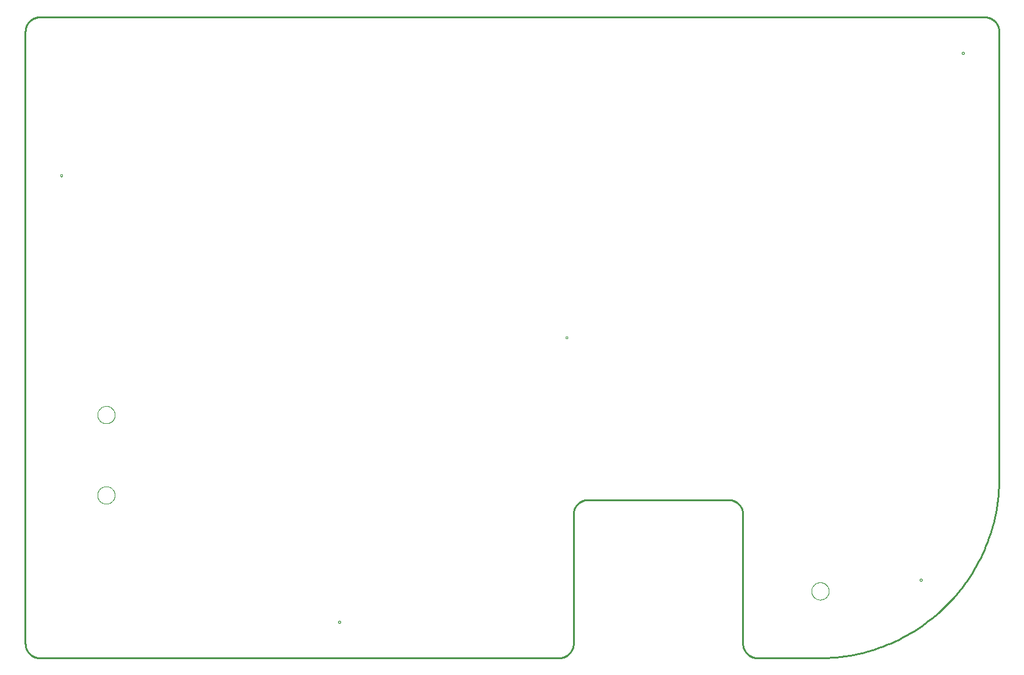
<source format=gtp>
G75*
%MOIN*%
%OFA0B0*%
%FSLAX25Y25*%
%IPPOS*%
%LPD*%
%AMOC8*
5,1,8,0,0,1.08239X$1,22.5*
%
%ADD10C,0.00000*%
%ADD11C,0.01000*%
D10*
X0040890Y0090550D02*
X0040892Y0090687D01*
X0040898Y0090825D01*
X0040908Y0090962D01*
X0040922Y0091098D01*
X0040940Y0091234D01*
X0040961Y0091370D01*
X0040987Y0091505D01*
X0041017Y0091639D01*
X0041050Y0091772D01*
X0041087Y0091905D01*
X0041129Y0092036D01*
X0041173Y0092165D01*
X0041222Y0092294D01*
X0041274Y0092421D01*
X0041330Y0092546D01*
X0041390Y0092670D01*
X0041453Y0092792D01*
X0041520Y0092912D01*
X0041590Y0093030D01*
X0041663Y0093146D01*
X0041740Y0093260D01*
X0041820Y0093372D01*
X0041904Y0093481D01*
X0041990Y0093588D01*
X0042080Y0093692D01*
X0042172Y0093793D01*
X0042267Y0093892D01*
X0042366Y0093988D01*
X0042466Y0094082D01*
X0042570Y0094172D01*
X0042676Y0094259D01*
X0042785Y0094343D01*
X0042896Y0094424D01*
X0043009Y0094502D01*
X0043125Y0094576D01*
X0043242Y0094647D01*
X0043362Y0094714D01*
X0043483Y0094778D01*
X0043607Y0094839D01*
X0043732Y0094896D01*
X0043858Y0094949D01*
X0043986Y0094999D01*
X0044116Y0095045D01*
X0044247Y0095087D01*
X0044379Y0095125D01*
X0044512Y0095159D01*
X0044645Y0095190D01*
X0044780Y0095217D01*
X0044916Y0095239D01*
X0045052Y0095258D01*
X0045188Y0095273D01*
X0045325Y0095284D01*
X0045462Y0095291D01*
X0045600Y0095294D01*
X0045737Y0095293D01*
X0045874Y0095288D01*
X0046011Y0095279D01*
X0046148Y0095266D01*
X0046284Y0095249D01*
X0046420Y0095228D01*
X0046555Y0095204D01*
X0046690Y0095175D01*
X0046823Y0095143D01*
X0046956Y0095106D01*
X0047087Y0095066D01*
X0047217Y0095022D01*
X0047346Y0094974D01*
X0047473Y0094923D01*
X0047599Y0094868D01*
X0047723Y0094809D01*
X0047846Y0094747D01*
X0047966Y0094681D01*
X0048085Y0094612D01*
X0048201Y0094539D01*
X0048316Y0094463D01*
X0048428Y0094384D01*
X0048538Y0094301D01*
X0048645Y0094216D01*
X0048750Y0094127D01*
X0048852Y0094035D01*
X0048952Y0093941D01*
X0049049Y0093843D01*
X0049143Y0093743D01*
X0049234Y0093640D01*
X0049322Y0093535D01*
X0049406Y0093427D01*
X0049488Y0093316D01*
X0049567Y0093203D01*
X0049642Y0093088D01*
X0049714Y0092971D01*
X0049782Y0092852D01*
X0049847Y0092731D01*
X0049908Y0092608D01*
X0049966Y0092484D01*
X0050020Y0092358D01*
X0050071Y0092230D01*
X0050117Y0092101D01*
X0050160Y0091970D01*
X0050200Y0091839D01*
X0050235Y0091706D01*
X0050267Y0091572D01*
X0050294Y0091438D01*
X0050318Y0091302D01*
X0050338Y0091166D01*
X0050354Y0091030D01*
X0050366Y0090893D01*
X0050374Y0090756D01*
X0050378Y0090619D01*
X0050378Y0090481D01*
X0050374Y0090344D01*
X0050366Y0090207D01*
X0050354Y0090070D01*
X0050338Y0089934D01*
X0050318Y0089798D01*
X0050294Y0089662D01*
X0050267Y0089528D01*
X0050235Y0089394D01*
X0050200Y0089261D01*
X0050160Y0089130D01*
X0050117Y0088999D01*
X0050071Y0088870D01*
X0050020Y0088742D01*
X0049966Y0088616D01*
X0049908Y0088492D01*
X0049847Y0088369D01*
X0049782Y0088248D01*
X0049714Y0088129D01*
X0049642Y0088012D01*
X0049567Y0087897D01*
X0049488Y0087784D01*
X0049406Y0087673D01*
X0049322Y0087565D01*
X0049234Y0087460D01*
X0049143Y0087357D01*
X0049049Y0087257D01*
X0048952Y0087159D01*
X0048852Y0087065D01*
X0048750Y0086973D01*
X0048645Y0086884D01*
X0048538Y0086799D01*
X0048428Y0086716D01*
X0048316Y0086637D01*
X0048201Y0086561D01*
X0048085Y0086488D01*
X0047966Y0086419D01*
X0047846Y0086353D01*
X0047723Y0086291D01*
X0047599Y0086232D01*
X0047473Y0086177D01*
X0047346Y0086126D01*
X0047217Y0086078D01*
X0047087Y0086034D01*
X0046956Y0085994D01*
X0046823Y0085957D01*
X0046690Y0085925D01*
X0046555Y0085896D01*
X0046420Y0085872D01*
X0046284Y0085851D01*
X0046148Y0085834D01*
X0046011Y0085821D01*
X0045874Y0085812D01*
X0045737Y0085807D01*
X0045600Y0085806D01*
X0045462Y0085809D01*
X0045325Y0085816D01*
X0045188Y0085827D01*
X0045052Y0085842D01*
X0044916Y0085861D01*
X0044780Y0085883D01*
X0044645Y0085910D01*
X0044512Y0085941D01*
X0044379Y0085975D01*
X0044247Y0086013D01*
X0044116Y0086055D01*
X0043986Y0086101D01*
X0043858Y0086151D01*
X0043732Y0086204D01*
X0043607Y0086261D01*
X0043483Y0086322D01*
X0043362Y0086386D01*
X0043242Y0086453D01*
X0043125Y0086524D01*
X0043009Y0086598D01*
X0042896Y0086676D01*
X0042785Y0086757D01*
X0042676Y0086841D01*
X0042570Y0086928D01*
X0042466Y0087018D01*
X0042366Y0087112D01*
X0042267Y0087208D01*
X0042172Y0087307D01*
X0042080Y0087408D01*
X0041990Y0087512D01*
X0041904Y0087619D01*
X0041820Y0087728D01*
X0041740Y0087840D01*
X0041663Y0087954D01*
X0041590Y0088070D01*
X0041520Y0088188D01*
X0041453Y0088308D01*
X0041390Y0088430D01*
X0041330Y0088554D01*
X0041274Y0088679D01*
X0041222Y0088806D01*
X0041173Y0088935D01*
X0041129Y0089064D01*
X0041087Y0089195D01*
X0041050Y0089328D01*
X0041017Y0089461D01*
X0040987Y0089595D01*
X0040961Y0089730D01*
X0040940Y0089866D01*
X0040922Y0090002D01*
X0040908Y0090138D01*
X0040898Y0090275D01*
X0040892Y0090413D01*
X0040890Y0090550D01*
X0040914Y0134457D02*
X0040916Y0134594D01*
X0040922Y0134732D01*
X0040932Y0134869D01*
X0040946Y0135005D01*
X0040964Y0135141D01*
X0040985Y0135277D01*
X0041011Y0135412D01*
X0041041Y0135546D01*
X0041074Y0135679D01*
X0041111Y0135812D01*
X0041153Y0135943D01*
X0041197Y0136072D01*
X0041246Y0136201D01*
X0041298Y0136328D01*
X0041354Y0136453D01*
X0041414Y0136577D01*
X0041477Y0136699D01*
X0041544Y0136819D01*
X0041614Y0136937D01*
X0041687Y0137053D01*
X0041764Y0137167D01*
X0041844Y0137279D01*
X0041928Y0137388D01*
X0042014Y0137495D01*
X0042104Y0137599D01*
X0042196Y0137700D01*
X0042291Y0137799D01*
X0042390Y0137895D01*
X0042490Y0137989D01*
X0042594Y0138079D01*
X0042700Y0138166D01*
X0042809Y0138250D01*
X0042920Y0138331D01*
X0043033Y0138409D01*
X0043149Y0138483D01*
X0043266Y0138554D01*
X0043386Y0138621D01*
X0043507Y0138685D01*
X0043631Y0138746D01*
X0043756Y0138803D01*
X0043882Y0138856D01*
X0044010Y0138906D01*
X0044140Y0138952D01*
X0044271Y0138994D01*
X0044403Y0139032D01*
X0044536Y0139066D01*
X0044669Y0139097D01*
X0044804Y0139124D01*
X0044940Y0139146D01*
X0045076Y0139165D01*
X0045212Y0139180D01*
X0045349Y0139191D01*
X0045486Y0139198D01*
X0045624Y0139201D01*
X0045761Y0139200D01*
X0045898Y0139195D01*
X0046035Y0139186D01*
X0046172Y0139173D01*
X0046308Y0139156D01*
X0046444Y0139135D01*
X0046579Y0139111D01*
X0046714Y0139082D01*
X0046847Y0139050D01*
X0046980Y0139013D01*
X0047111Y0138973D01*
X0047241Y0138929D01*
X0047370Y0138881D01*
X0047497Y0138830D01*
X0047623Y0138775D01*
X0047747Y0138716D01*
X0047870Y0138654D01*
X0047990Y0138588D01*
X0048109Y0138519D01*
X0048225Y0138446D01*
X0048340Y0138370D01*
X0048452Y0138291D01*
X0048562Y0138208D01*
X0048669Y0138123D01*
X0048774Y0138034D01*
X0048876Y0137942D01*
X0048976Y0137848D01*
X0049073Y0137750D01*
X0049167Y0137650D01*
X0049258Y0137547D01*
X0049346Y0137442D01*
X0049430Y0137334D01*
X0049512Y0137223D01*
X0049591Y0137110D01*
X0049666Y0136995D01*
X0049738Y0136878D01*
X0049806Y0136759D01*
X0049871Y0136638D01*
X0049932Y0136515D01*
X0049990Y0136391D01*
X0050044Y0136265D01*
X0050095Y0136137D01*
X0050141Y0136008D01*
X0050184Y0135877D01*
X0050224Y0135746D01*
X0050259Y0135613D01*
X0050291Y0135479D01*
X0050318Y0135345D01*
X0050342Y0135209D01*
X0050362Y0135073D01*
X0050378Y0134937D01*
X0050390Y0134800D01*
X0050398Y0134663D01*
X0050402Y0134526D01*
X0050402Y0134388D01*
X0050398Y0134251D01*
X0050390Y0134114D01*
X0050378Y0133977D01*
X0050362Y0133841D01*
X0050342Y0133705D01*
X0050318Y0133569D01*
X0050291Y0133435D01*
X0050259Y0133301D01*
X0050224Y0133168D01*
X0050184Y0133037D01*
X0050141Y0132906D01*
X0050095Y0132777D01*
X0050044Y0132649D01*
X0049990Y0132523D01*
X0049932Y0132399D01*
X0049871Y0132276D01*
X0049806Y0132155D01*
X0049738Y0132036D01*
X0049666Y0131919D01*
X0049591Y0131804D01*
X0049512Y0131691D01*
X0049430Y0131580D01*
X0049346Y0131472D01*
X0049258Y0131367D01*
X0049167Y0131264D01*
X0049073Y0131164D01*
X0048976Y0131066D01*
X0048876Y0130972D01*
X0048774Y0130880D01*
X0048669Y0130791D01*
X0048562Y0130706D01*
X0048452Y0130623D01*
X0048340Y0130544D01*
X0048225Y0130468D01*
X0048109Y0130395D01*
X0047990Y0130326D01*
X0047870Y0130260D01*
X0047747Y0130198D01*
X0047623Y0130139D01*
X0047497Y0130084D01*
X0047370Y0130033D01*
X0047241Y0129985D01*
X0047111Y0129941D01*
X0046980Y0129901D01*
X0046847Y0129864D01*
X0046714Y0129832D01*
X0046579Y0129803D01*
X0046444Y0129779D01*
X0046308Y0129758D01*
X0046172Y0129741D01*
X0046035Y0129728D01*
X0045898Y0129719D01*
X0045761Y0129714D01*
X0045624Y0129713D01*
X0045486Y0129716D01*
X0045349Y0129723D01*
X0045212Y0129734D01*
X0045076Y0129749D01*
X0044940Y0129768D01*
X0044804Y0129790D01*
X0044669Y0129817D01*
X0044536Y0129848D01*
X0044403Y0129882D01*
X0044271Y0129920D01*
X0044140Y0129962D01*
X0044010Y0130008D01*
X0043882Y0130058D01*
X0043756Y0130111D01*
X0043631Y0130168D01*
X0043507Y0130229D01*
X0043386Y0130293D01*
X0043266Y0130360D01*
X0043149Y0130431D01*
X0043033Y0130505D01*
X0042920Y0130583D01*
X0042809Y0130664D01*
X0042700Y0130748D01*
X0042594Y0130835D01*
X0042490Y0130925D01*
X0042390Y0131019D01*
X0042291Y0131115D01*
X0042196Y0131214D01*
X0042104Y0131315D01*
X0042014Y0131419D01*
X0041928Y0131526D01*
X0041844Y0131635D01*
X0041764Y0131747D01*
X0041687Y0131861D01*
X0041614Y0131977D01*
X0041544Y0132095D01*
X0041477Y0132215D01*
X0041414Y0132337D01*
X0041354Y0132461D01*
X0041298Y0132586D01*
X0041246Y0132713D01*
X0041197Y0132842D01*
X0041153Y0132971D01*
X0041111Y0133102D01*
X0041074Y0133235D01*
X0041041Y0133368D01*
X0041011Y0133502D01*
X0040985Y0133637D01*
X0040964Y0133773D01*
X0040946Y0133909D01*
X0040932Y0134045D01*
X0040922Y0134182D01*
X0040916Y0134320D01*
X0040914Y0134457D01*
X0172424Y0021185D02*
X0172426Y0021234D01*
X0172432Y0021282D01*
X0172442Y0021330D01*
X0172456Y0021377D01*
X0172473Y0021423D01*
X0172494Y0021467D01*
X0172519Y0021509D01*
X0172547Y0021549D01*
X0172579Y0021587D01*
X0172613Y0021622D01*
X0172650Y0021654D01*
X0172689Y0021683D01*
X0172731Y0021709D01*
X0172775Y0021731D01*
X0172820Y0021749D01*
X0172867Y0021764D01*
X0172914Y0021775D01*
X0172963Y0021782D01*
X0173012Y0021785D01*
X0173061Y0021784D01*
X0173109Y0021779D01*
X0173158Y0021770D01*
X0173205Y0021757D01*
X0173251Y0021740D01*
X0173295Y0021720D01*
X0173338Y0021696D01*
X0173379Y0021669D01*
X0173417Y0021638D01*
X0173453Y0021605D01*
X0173485Y0021569D01*
X0173515Y0021530D01*
X0173542Y0021489D01*
X0173565Y0021445D01*
X0173584Y0021400D01*
X0173600Y0021354D01*
X0173612Y0021307D01*
X0173620Y0021258D01*
X0173624Y0021209D01*
X0173624Y0021161D01*
X0173620Y0021112D01*
X0173612Y0021063D01*
X0173600Y0021016D01*
X0173584Y0020970D01*
X0173565Y0020925D01*
X0173542Y0020881D01*
X0173515Y0020840D01*
X0173485Y0020801D01*
X0173453Y0020765D01*
X0173417Y0020732D01*
X0173379Y0020701D01*
X0173338Y0020674D01*
X0173295Y0020650D01*
X0173251Y0020630D01*
X0173205Y0020613D01*
X0173158Y0020600D01*
X0173109Y0020591D01*
X0173061Y0020586D01*
X0173012Y0020585D01*
X0172963Y0020588D01*
X0172914Y0020595D01*
X0172867Y0020606D01*
X0172820Y0020621D01*
X0172775Y0020639D01*
X0172731Y0020661D01*
X0172689Y0020687D01*
X0172650Y0020716D01*
X0172613Y0020748D01*
X0172579Y0020783D01*
X0172547Y0020821D01*
X0172519Y0020861D01*
X0172494Y0020903D01*
X0172473Y0020947D01*
X0172456Y0020993D01*
X0172442Y0021040D01*
X0172432Y0021088D01*
X0172426Y0021136D01*
X0172424Y0021185D01*
X0296577Y0176697D02*
X0296579Y0176746D01*
X0296585Y0176794D01*
X0296595Y0176842D01*
X0296609Y0176889D01*
X0296626Y0176935D01*
X0296647Y0176979D01*
X0296672Y0177021D01*
X0296700Y0177061D01*
X0296732Y0177099D01*
X0296766Y0177134D01*
X0296803Y0177166D01*
X0296842Y0177195D01*
X0296884Y0177221D01*
X0296928Y0177243D01*
X0296973Y0177261D01*
X0297020Y0177276D01*
X0297067Y0177287D01*
X0297116Y0177294D01*
X0297165Y0177297D01*
X0297214Y0177296D01*
X0297262Y0177291D01*
X0297311Y0177282D01*
X0297358Y0177269D01*
X0297404Y0177252D01*
X0297448Y0177232D01*
X0297491Y0177208D01*
X0297532Y0177181D01*
X0297570Y0177150D01*
X0297606Y0177117D01*
X0297638Y0177081D01*
X0297668Y0177042D01*
X0297695Y0177001D01*
X0297718Y0176957D01*
X0297737Y0176912D01*
X0297753Y0176866D01*
X0297765Y0176819D01*
X0297773Y0176770D01*
X0297777Y0176721D01*
X0297777Y0176673D01*
X0297773Y0176624D01*
X0297765Y0176575D01*
X0297753Y0176528D01*
X0297737Y0176482D01*
X0297718Y0176437D01*
X0297695Y0176393D01*
X0297668Y0176352D01*
X0297638Y0176313D01*
X0297606Y0176277D01*
X0297570Y0176244D01*
X0297532Y0176213D01*
X0297491Y0176186D01*
X0297448Y0176162D01*
X0297404Y0176142D01*
X0297358Y0176125D01*
X0297311Y0176112D01*
X0297262Y0176103D01*
X0297214Y0176098D01*
X0297165Y0176097D01*
X0297116Y0176100D01*
X0297067Y0176107D01*
X0297020Y0176118D01*
X0296973Y0176133D01*
X0296928Y0176151D01*
X0296884Y0176173D01*
X0296842Y0176199D01*
X0296803Y0176228D01*
X0296766Y0176260D01*
X0296732Y0176295D01*
X0296700Y0176333D01*
X0296672Y0176373D01*
X0296647Y0176415D01*
X0296626Y0176459D01*
X0296609Y0176505D01*
X0296595Y0176552D01*
X0296585Y0176600D01*
X0296579Y0176648D01*
X0296577Y0176697D01*
X0490050Y0044248D02*
X0490052Y0044297D01*
X0490058Y0044345D01*
X0490068Y0044393D01*
X0490082Y0044440D01*
X0490099Y0044486D01*
X0490120Y0044530D01*
X0490145Y0044572D01*
X0490173Y0044612D01*
X0490205Y0044650D01*
X0490239Y0044685D01*
X0490276Y0044717D01*
X0490315Y0044746D01*
X0490357Y0044772D01*
X0490401Y0044794D01*
X0490446Y0044812D01*
X0490493Y0044827D01*
X0490540Y0044838D01*
X0490589Y0044845D01*
X0490638Y0044848D01*
X0490687Y0044847D01*
X0490735Y0044842D01*
X0490784Y0044833D01*
X0490831Y0044820D01*
X0490877Y0044803D01*
X0490921Y0044783D01*
X0490964Y0044759D01*
X0491005Y0044732D01*
X0491043Y0044701D01*
X0491079Y0044668D01*
X0491111Y0044632D01*
X0491141Y0044593D01*
X0491168Y0044552D01*
X0491191Y0044508D01*
X0491210Y0044463D01*
X0491226Y0044417D01*
X0491238Y0044370D01*
X0491246Y0044321D01*
X0491250Y0044272D01*
X0491250Y0044224D01*
X0491246Y0044175D01*
X0491238Y0044126D01*
X0491226Y0044079D01*
X0491210Y0044033D01*
X0491191Y0043988D01*
X0491168Y0043944D01*
X0491141Y0043903D01*
X0491111Y0043864D01*
X0491079Y0043828D01*
X0491043Y0043795D01*
X0491005Y0043764D01*
X0490964Y0043737D01*
X0490921Y0043713D01*
X0490877Y0043693D01*
X0490831Y0043676D01*
X0490784Y0043663D01*
X0490735Y0043654D01*
X0490687Y0043649D01*
X0490638Y0043648D01*
X0490589Y0043651D01*
X0490540Y0043658D01*
X0490493Y0043669D01*
X0490446Y0043684D01*
X0490401Y0043702D01*
X0490357Y0043724D01*
X0490315Y0043750D01*
X0490276Y0043779D01*
X0490239Y0043811D01*
X0490205Y0043846D01*
X0490173Y0043884D01*
X0490145Y0043924D01*
X0490120Y0043966D01*
X0490099Y0044010D01*
X0490082Y0044056D01*
X0490068Y0044103D01*
X0490058Y0044151D01*
X0490052Y0044199D01*
X0490050Y0044248D01*
X0430906Y0038102D02*
X0430908Y0038239D01*
X0430914Y0038377D01*
X0430924Y0038514D01*
X0430938Y0038650D01*
X0430956Y0038786D01*
X0430977Y0038922D01*
X0431003Y0039057D01*
X0431033Y0039191D01*
X0431066Y0039324D01*
X0431103Y0039457D01*
X0431145Y0039588D01*
X0431189Y0039717D01*
X0431238Y0039846D01*
X0431290Y0039973D01*
X0431346Y0040098D01*
X0431406Y0040222D01*
X0431469Y0040344D01*
X0431536Y0040464D01*
X0431606Y0040582D01*
X0431679Y0040698D01*
X0431756Y0040812D01*
X0431836Y0040924D01*
X0431920Y0041033D01*
X0432006Y0041140D01*
X0432096Y0041244D01*
X0432188Y0041345D01*
X0432283Y0041444D01*
X0432382Y0041540D01*
X0432482Y0041634D01*
X0432586Y0041724D01*
X0432692Y0041811D01*
X0432801Y0041895D01*
X0432912Y0041976D01*
X0433025Y0042054D01*
X0433141Y0042128D01*
X0433258Y0042199D01*
X0433378Y0042266D01*
X0433499Y0042330D01*
X0433623Y0042391D01*
X0433748Y0042448D01*
X0433874Y0042501D01*
X0434002Y0042551D01*
X0434132Y0042597D01*
X0434263Y0042639D01*
X0434395Y0042677D01*
X0434528Y0042711D01*
X0434661Y0042742D01*
X0434796Y0042769D01*
X0434932Y0042791D01*
X0435068Y0042810D01*
X0435204Y0042825D01*
X0435341Y0042836D01*
X0435478Y0042843D01*
X0435616Y0042846D01*
X0435753Y0042845D01*
X0435890Y0042840D01*
X0436027Y0042831D01*
X0436164Y0042818D01*
X0436300Y0042801D01*
X0436436Y0042780D01*
X0436571Y0042756D01*
X0436706Y0042727D01*
X0436839Y0042695D01*
X0436972Y0042658D01*
X0437103Y0042618D01*
X0437233Y0042574D01*
X0437362Y0042526D01*
X0437489Y0042475D01*
X0437615Y0042420D01*
X0437739Y0042361D01*
X0437862Y0042299D01*
X0437982Y0042233D01*
X0438101Y0042164D01*
X0438217Y0042091D01*
X0438332Y0042015D01*
X0438444Y0041936D01*
X0438554Y0041853D01*
X0438661Y0041768D01*
X0438766Y0041679D01*
X0438868Y0041587D01*
X0438968Y0041493D01*
X0439065Y0041395D01*
X0439159Y0041295D01*
X0439250Y0041192D01*
X0439338Y0041087D01*
X0439422Y0040979D01*
X0439504Y0040868D01*
X0439583Y0040755D01*
X0439658Y0040640D01*
X0439730Y0040523D01*
X0439798Y0040404D01*
X0439863Y0040283D01*
X0439924Y0040160D01*
X0439982Y0040036D01*
X0440036Y0039910D01*
X0440087Y0039782D01*
X0440133Y0039653D01*
X0440176Y0039522D01*
X0440216Y0039391D01*
X0440251Y0039258D01*
X0440283Y0039124D01*
X0440310Y0038990D01*
X0440334Y0038854D01*
X0440354Y0038718D01*
X0440370Y0038582D01*
X0440382Y0038445D01*
X0440390Y0038308D01*
X0440394Y0038171D01*
X0440394Y0038033D01*
X0440390Y0037896D01*
X0440382Y0037759D01*
X0440370Y0037622D01*
X0440354Y0037486D01*
X0440334Y0037350D01*
X0440310Y0037214D01*
X0440283Y0037080D01*
X0440251Y0036946D01*
X0440216Y0036813D01*
X0440176Y0036682D01*
X0440133Y0036551D01*
X0440087Y0036422D01*
X0440036Y0036294D01*
X0439982Y0036168D01*
X0439924Y0036044D01*
X0439863Y0035921D01*
X0439798Y0035800D01*
X0439730Y0035681D01*
X0439658Y0035564D01*
X0439583Y0035449D01*
X0439504Y0035336D01*
X0439422Y0035225D01*
X0439338Y0035117D01*
X0439250Y0035012D01*
X0439159Y0034909D01*
X0439065Y0034809D01*
X0438968Y0034711D01*
X0438868Y0034617D01*
X0438766Y0034525D01*
X0438661Y0034436D01*
X0438554Y0034351D01*
X0438444Y0034268D01*
X0438332Y0034189D01*
X0438217Y0034113D01*
X0438101Y0034040D01*
X0437982Y0033971D01*
X0437862Y0033905D01*
X0437739Y0033843D01*
X0437615Y0033784D01*
X0437489Y0033729D01*
X0437362Y0033678D01*
X0437233Y0033630D01*
X0437103Y0033586D01*
X0436972Y0033546D01*
X0436839Y0033509D01*
X0436706Y0033477D01*
X0436571Y0033448D01*
X0436436Y0033424D01*
X0436300Y0033403D01*
X0436164Y0033386D01*
X0436027Y0033373D01*
X0435890Y0033364D01*
X0435753Y0033359D01*
X0435616Y0033358D01*
X0435478Y0033361D01*
X0435341Y0033368D01*
X0435204Y0033379D01*
X0435068Y0033394D01*
X0434932Y0033413D01*
X0434796Y0033435D01*
X0434661Y0033462D01*
X0434528Y0033493D01*
X0434395Y0033527D01*
X0434263Y0033565D01*
X0434132Y0033607D01*
X0434002Y0033653D01*
X0433874Y0033703D01*
X0433748Y0033756D01*
X0433623Y0033813D01*
X0433499Y0033874D01*
X0433378Y0033938D01*
X0433258Y0034005D01*
X0433141Y0034076D01*
X0433025Y0034150D01*
X0432912Y0034228D01*
X0432801Y0034309D01*
X0432692Y0034393D01*
X0432586Y0034480D01*
X0432482Y0034570D01*
X0432382Y0034664D01*
X0432283Y0034760D01*
X0432188Y0034859D01*
X0432096Y0034960D01*
X0432006Y0035064D01*
X0431920Y0035171D01*
X0431836Y0035280D01*
X0431756Y0035392D01*
X0431679Y0035506D01*
X0431606Y0035622D01*
X0431536Y0035740D01*
X0431469Y0035860D01*
X0431406Y0035982D01*
X0431346Y0036106D01*
X0431290Y0036231D01*
X0431238Y0036358D01*
X0431189Y0036487D01*
X0431145Y0036616D01*
X0431103Y0036747D01*
X0431066Y0036880D01*
X0431033Y0037013D01*
X0431003Y0037147D01*
X0430977Y0037282D01*
X0430956Y0037418D01*
X0430938Y0037554D01*
X0430924Y0037690D01*
X0430914Y0037827D01*
X0430908Y0037965D01*
X0430906Y0038102D01*
X0020585Y0265280D02*
X0020587Y0265329D01*
X0020593Y0265377D01*
X0020603Y0265425D01*
X0020617Y0265472D01*
X0020634Y0265518D01*
X0020655Y0265562D01*
X0020680Y0265604D01*
X0020708Y0265644D01*
X0020740Y0265682D01*
X0020774Y0265717D01*
X0020811Y0265749D01*
X0020850Y0265778D01*
X0020892Y0265804D01*
X0020936Y0265826D01*
X0020981Y0265844D01*
X0021028Y0265859D01*
X0021075Y0265870D01*
X0021124Y0265877D01*
X0021173Y0265880D01*
X0021222Y0265879D01*
X0021270Y0265874D01*
X0021319Y0265865D01*
X0021366Y0265852D01*
X0021412Y0265835D01*
X0021456Y0265815D01*
X0021499Y0265791D01*
X0021540Y0265764D01*
X0021578Y0265733D01*
X0021614Y0265700D01*
X0021646Y0265664D01*
X0021676Y0265625D01*
X0021703Y0265584D01*
X0021726Y0265540D01*
X0021745Y0265495D01*
X0021761Y0265449D01*
X0021773Y0265402D01*
X0021781Y0265353D01*
X0021785Y0265304D01*
X0021785Y0265256D01*
X0021781Y0265207D01*
X0021773Y0265158D01*
X0021761Y0265111D01*
X0021745Y0265065D01*
X0021726Y0265020D01*
X0021703Y0264976D01*
X0021676Y0264935D01*
X0021646Y0264896D01*
X0021614Y0264860D01*
X0021578Y0264827D01*
X0021540Y0264796D01*
X0021499Y0264769D01*
X0021456Y0264745D01*
X0021412Y0264725D01*
X0021366Y0264708D01*
X0021319Y0264695D01*
X0021270Y0264686D01*
X0021222Y0264681D01*
X0021173Y0264680D01*
X0021124Y0264683D01*
X0021075Y0264690D01*
X0021028Y0264701D01*
X0020981Y0264716D01*
X0020936Y0264734D01*
X0020892Y0264756D01*
X0020850Y0264782D01*
X0020811Y0264811D01*
X0020774Y0264843D01*
X0020740Y0264878D01*
X0020708Y0264916D01*
X0020680Y0264956D01*
X0020655Y0264998D01*
X0020634Y0265042D01*
X0020617Y0265088D01*
X0020603Y0265135D01*
X0020593Y0265183D01*
X0020587Y0265231D01*
X0020585Y0265280D01*
X0513113Y0332209D02*
X0513115Y0332258D01*
X0513121Y0332306D01*
X0513131Y0332354D01*
X0513145Y0332401D01*
X0513162Y0332447D01*
X0513183Y0332491D01*
X0513208Y0332533D01*
X0513236Y0332573D01*
X0513268Y0332611D01*
X0513302Y0332646D01*
X0513339Y0332678D01*
X0513378Y0332707D01*
X0513420Y0332733D01*
X0513464Y0332755D01*
X0513509Y0332773D01*
X0513556Y0332788D01*
X0513603Y0332799D01*
X0513652Y0332806D01*
X0513701Y0332809D01*
X0513750Y0332808D01*
X0513798Y0332803D01*
X0513847Y0332794D01*
X0513894Y0332781D01*
X0513940Y0332764D01*
X0513984Y0332744D01*
X0514027Y0332720D01*
X0514068Y0332693D01*
X0514106Y0332662D01*
X0514142Y0332629D01*
X0514174Y0332593D01*
X0514204Y0332554D01*
X0514231Y0332513D01*
X0514254Y0332469D01*
X0514273Y0332424D01*
X0514289Y0332378D01*
X0514301Y0332331D01*
X0514309Y0332282D01*
X0514313Y0332233D01*
X0514313Y0332185D01*
X0514309Y0332136D01*
X0514301Y0332087D01*
X0514289Y0332040D01*
X0514273Y0331994D01*
X0514254Y0331949D01*
X0514231Y0331905D01*
X0514204Y0331864D01*
X0514174Y0331825D01*
X0514142Y0331789D01*
X0514106Y0331756D01*
X0514068Y0331725D01*
X0514027Y0331698D01*
X0513984Y0331674D01*
X0513940Y0331654D01*
X0513894Y0331637D01*
X0513847Y0331624D01*
X0513798Y0331615D01*
X0513750Y0331610D01*
X0513701Y0331609D01*
X0513652Y0331612D01*
X0513603Y0331619D01*
X0513556Y0331630D01*
X0513509Y0331645D01*
X0513464Y0331663D01*
X0513420Y0331685D01*
X0513378Y0331711D01*
X0513339Y0331740D01*
X0513302Y0331772D01*
X0513268Y0331807D01*
X0513236Y0331845D01*
X0513208Y0331885D01*
X0513183Y0331927D01*
X0513162Y0331971D01*
X0513145Y0332017D01*
X0513131Y0332064D01*
X0513121Y0332112D01*
X0513115Y0332160D01*
X0513113Y0332209D01*
D11*
X0292917Y0001500D02*
X0009500Y0001500D01*
X0009307Y0001502D01*
X0009113Y0001509D01*
X0008921Y0001521D01*
X0008728Y0001537D01*
X0008536Y0001558D01*
X0008344Y0001584D01*
X0008153Y0001614D01*
X0007963Y0001649D01*
X0007774Y0001688D01*
X0007585Y0001732D01*
X0007398Y0001781D01*
X0007212Y0001834D01*
X0007028Y0001892D01*
X0006845Y0001954D01*
X0006663Y0002020D01*
X0006483Y0002091D01*
X0006305Y0002166D01*
X0006129Y0002245D01*
X0005954Y0002329D01*
X0005782Y0002416D01*
X0005612Y0002508D01*
X0005444Y0002604D01*
X0005279Y0002704D01*
X0005116Y0002808D01*
X0004955Y0002916D01*
X0004798Y0003028D01*
X0004643Y0003143D01*
X0004491Y0003263D01*
X0004341Y0003385D01*
X0004195Y0003512D01*
X0004052Y0003642D01*
X0003912Y0003775D01*
X0003775Y0003912D01*
X0003642Y0004052D01*
X0003512Y0004195D01*
X0003385Y0004341D01*
X0003263Y0004491D01*
X0003143Y0004643D01*
X0003028Y0004798D01*
X0002916Y0004955D01*
X0002808Y0005116D01*
X0002704Y0005279D01*
X0002604Y0005444D01*
X0002508Y0005612D01*
X0002416Y0005782D01*
X0002329Y0005954D01*
X0002245Y0006129D01*
X0002166Y0006305D01*
X0002091Y0006483D01*
X0002020Y0006663D01*
X0001954Y0006845D01*
X0001892Y0007028D01*
X0001834Y0007212D01*
X0001781Y0007398D01*
X0001732Y0007585D01*
X0001688Y0007774D01*
X0001649Y0007963D01*
X0001614Y0008153D01*
X0001584Y0008344D01*
X0001558Y0008536D01*
X0001537Y0008728D01*
X0001521Y0008921D01*
X0001509Y0009113D01*
X0001502Y0009307D01*
X0001500Y0009500D01*
X0001500Y0343894D01*
X0001502Y0344087D01*
X0001509Y0344281D01*
X0001521Y0344473D01*
X0001537Y0344666D01*
X0001558Y0344858D01*
X0001584Y0345050D01*
X0001614Y0345241D01*
X0001649Y0345431D01*
X0001688Y0345620D01*
X0001732Y0345809D01*
X0001781Y0345996D01*
X0001834Y0346182D01*
X0001892Y0346366D01*
X0001954Y0346549D01*
X0002020Y0346731D01*
X0002091Y0346911D01*
X0002166Y0347089D01*
X0002245Y0347265D01*
X0002329Y0347440D01*
X0002416Y0347612D01*
X0002508Y0347782D01*
X0002604Y0347950D01*
X0002704Y0348115D01*
X0002808Y0348278D01*
X0002916Y0348439D01*
X0003028Y0348596D01*
X0003143Y0348751D01*
X0003263Y0348903D01*
X0003385Y0349053D01*
X0003512Y0349199D01*
X0003642Y0349342D01*
X0003775Y0349482D01*
X0003912Y0349619D01*
X0004052Y0349752D01*
X0004195Y0349882D01*
X0004341Y0350009D01*
X0004491Y0350131D01*
X0004643Y0350251D01*
X0004798Y0350366D01*
X0004955Y0350478D01*
X0005116Y0350586D01*
X0005279Y0350690D01*
X0005444Y0350790D01*
X0005612Y0350886D01*
X0005782Y0350978D01*
X0005954Y0351065D01*
X0006129Y0351149D01*
X0006305Y0351228D01*
X0006483Y0351303D01*
X0006663Y0351374D01*
X0006845Y0351440D01*
X0007028Y0351502D01*
X0007212Y0351560D01*
X0007398Y0351613D01*
X0007585Y0351662D01*
X0007774Y0351706D01*
X0007963Y0351745D01*
X0008153Y0351780D01*
X0008344Y0351810D01*
X0008536Y0351836D01*
X0008728Y0351857D01*
X0008921Y0351873D01*
X0009113Y0351885D01*
X0009307Y0351892D01*
X0009500Y0351894D01*
X0525398Y0351894D01*
X0525591Y0351892D01*
X0525785Y0351885D01*
X0525977Y0351873D01*
X0526170Y0351857D01*
X0526362Y0351836D01*
X0526554Y0351810D01*
X0526745Y0351780D01*
X0526935Y0351745D01*
X0527124Y0351706D01*
X0527313Y0351662D01*
X0527500Y0351613D01*
X0527686Y0351560D01*
X0527870Y0351502D01*
X0528053Y0351440D01*
X0528235Y0351374D01*
X0528415Y0351303D01*
X0528593Y0351228D01*
X0528769Y0351149D01*
X0528944Y0351065D01*
X0529116Y0350978D01*
X0529286Y0350886D01*
X0529454Y0350790D01*
X0529619Y0350690D01*
X0529782Y0350586D01*
X0529943Y0350478D01*
X0530100Y0350366D01*
X0530255Y0350251D01*
X0530407Y0350131D01*
X0530557Y0350009D01*
X0530703Y0349882D01*
X0530846Y0349752D01*
X0530986Y0349619D01*
X0531123Y0349482D01*
X0531256Y0349342D01*
X0531386Y0349199D01*
X0531513Y0349053D01*
X0531635Y0348903D01*
X0531755Y0348751D01*
X0531870Y0348596D01*
X0531982Y0348439D01*
X0532090Y0348278D01*
X0532194Y0348115D01*
X0532294Y0347950D01*
X0532390Y0347782D01*
X0532482Y0347612D01*
X0532569Y0347440D01*
X0532653Y0347265D01*
X0532732Y0347089D01*
X0532807Y0346911D01*
X0532878Y0346731D01*
X0532944Y0346549D01*
X0533006Y0346366D01*
X0533064Y0346182D01*
X0533117Y0345996D01*
X0533166Y0345809D01*
X0533210Y0345620D01*
X0533249Y0345431D01*
X0533284Y0345241D01*
X0533314Y0345050D01*
X0533340Y0344858D01*
X0533361Y0344666D01*
X0533377Y0344473D01*
X0533389Y0344281D01*
X0533396Y0344087D01*
X0533398Y0343894D01*
X0533398Y0099925D01*
X0533397Y0099925D02*
X0533368Y0097547D01*
X0533282Y0095170D01*
X0533138Y0092796D01*
X0532938Y0090426D01*
X0532679Y0088061D01*
X0532364Y0085704D01*
X0531992Y0083354D01*
X0531563Y0081015D01*
X0531078Y0078686D01*
X0530537Y0076370D01*
X0529940Y0074068D01*
X0529287Y0071781D01*
X0528580Y0069510D01*
X0527817Y0067257D01*
X0527001Y0065023D01*
X0526131Y0062809D01*
X0525207Y0060618D01*
X0524231Y0058449D01*
X0523203Y0056304D01*
X0522123Y0054185D01*
X0520992Y0052092D01*
X0519811Y0050027D01*
X0518581Y0047992D01*
X0517302Y0045987D01*
X0515974Y0044013D01*
X0514599Y0042072D01*
X0513178Y0040165D01*
X0511711Y0038293D01*
X0510200Y0036456D01*
X0508644Y0034657D01*
X0507046Y0032896D01*
X0505405Y0031174D01*
X0503723Y0029492D01*
X0502001Y0027851D01*
X0500240Y0026253D01*
X0498441Y0024697D01*
X0496604Y0023186D01*
X0494732Y0021719D01*
X0492825Y0020298D01*
X0490884Y0018923D01*
X0488910Y0017595D01*
X0486905Y0016316D01*
X0484870Y0015086D01*
X0482805Y0013905D01*
X0480712Y0012774D01*
X0478593Y0011694D01*
X0476448Y0010666D01*
X0474279Y0009690D01*
X0472088Y0008766D01*
X0469874Y0007896D01*
X0467640Y0007080D01*
X0465387Y0006317D01*
X0463116Y0005610D01*
X0460829Y0004957D01*
X0458527Y0004360D01*
X0456211Y0003819D01*
X0453882Y0003334D01*
X0451543Y0002905D01*
X0449193Y0002533D01*
X0446836Y0002218D01*
X0444471Y0001959D01*
X0442101Y0001759D01*
X0439727Y0001615D01*
X0437350Y0001529D01*
X0434972Y0001500D01*
X0401437Y0001500D01*
X0401244Y0001502D01*
X0401050Y0001509D01*
X0400858Y0001521D01*
X0400665Y0001537D01*
X0400473Y0001558D01*
X0400281Y0001584D01*
X0400090Y0001614D01*
X0399900Y0001649D01*
X0399711Y0001688D01*
X0399522Y0001732D01*
X0399335Y0001781D01*
X0399149Y0001834D01*
X0398965Y0001892D01*
X0398782Y0001954D01*
X0398600Y0002020D01*
X0398420Y0002091D01*
X0398242Y0002166D01*
X0398066Y0002245D01*
X0397891Y0002329D01*
X0397719Y0002416D01*
X0397549Y0002508D01*
X0397381Y0002604D01*
X0397216Y0002704D01*
X0397053Y0002808D01*
X0396892Y0002916D01*
X0396735Y0003028D01*
X0396580Y0003143D01*
X0396428Y0003263D01*
X0396278Y0003385D01*
X0396132Y0003512D01*
X0395989Y0003642D01*
X0395849Y0003775D01*
X0395712Y0003912D01*
X0395579Y0004052D01*
X0395449Y0004195D01*
X0395322Y0004341D01*
X0395200Y0004491D01*
X0395080Y0004643D01*
X0394965Y0004798D01*
X0394853Y0004955D01*
X0394745Y0005116D01*
X0394641Y0005279D01*
X0394541Y0005444D01*
X0394445Y0005612D01*
X0394353Y0005782D01*
X0394266Y0005954D01*
X0394182Y0006129D01*
X0394103Y0006305D01*
X0394028Y0006483D01*
X0393957Y0006663D01*
X0393891Y0006845D01*
X0393829Y0007028D01*
X0393771Y0007212D01*
X0393718Y0007398D01*
X0393669Y0007585D01*
X0393625Y0007774D01*
X0393586Y0007963D01*
X0393551Y0008153D01*
X0393521Y0008344D01*
X0393495Y0008536D01*
X0393474Y0008728D01*
X0393458Y0008921D01*
X0393446Y0009113D01*
X0393439Y0009307D01*
X0393437Y0009500D01*
X0393437Y0080030D01*
X0393435Y0080223D01*
X0393428Y0080417D01*
X0393416Y0080609D01*
X0393400Y0080802D01*
X0393379Y0080994D01*
X0393353Y0081186D01*
X0393323Y0081377D01*
X0393288Y0081567D01*
X0393249Y0081756D01*
X0393205Y0081945D01*
X0393156Y0082132D01*
X0393103Y0082318D01*
X0393045Y0082502D01*
X0392983Y0082685D01*
X0392917Y0082867D01*
X0392846Y0083047D01*
X0392771Y0083225D01*
X0392692Y0083401D01*
X0392608Y0083576D01*
X0392521Y0083748D01*
X0392429Y0083918D01*
X0392333Y0084086D01*
X0392233Y0084251D01*
X0392129Y0084414D01*
X0392021Y0084575D01*
X0391909Y0084732D01*
X0391794Y0084887D01*
X0391674Y0085039D01*
X0391552Y0085189D01*
X0391425Y0085335D01*
X0391295Y0085478D01*
X0391162Y0085618D01*
X0391025Y0085755D01*
X0390885Y0085888D01*
X0390742Y0086018D01*
X0390596Y0086145D01*
X0390446Y0086267D01*
X0390294Y0086387D01*
X0390139Y0086502D01*
X0389982Y0086614D01*
X0389821Y0086722D01*
X0389658Y0086826D01*
X0389493Y0086926D01*
X0389325Y0087022D01*
X0389155Y0087114D01*
X0388983Y0087201D01*
X0388808Y0087285D01*
X0388632Y0087364D01*
X0388454Y0087439D01*
X0388274Y0087510D01*
X0388092Y0087576D01*
X0387909Y0087638D01*
X0387725Y0087696D01*
X0387539Y0087749D01*
X0387352Y0087798D01*
X0387163Y0087842D01*
X0386974Y0087881D01*
X0386784Y0087916D01*
X0386593Y0087946D01*
X0386401Y0087972D01*
X0386209Y0087993D01*
X0386016Y0088009D01*
X0385824Y0088021D01*
X0385630Y0088028D01*
X0385437Y0088030D01*
X0308917Y0088030D01*
X0308724Y0088028D01*
X0308530Y0088021D01*
X0308338Y0088009D01*
X0308145Y0087993D01*
X0307953Y0087972D01*
X0307761Y0087946D01*
X0307570Y0087916D01*
X0307380Y0087881D01*
X0307191Y0087842D01*
X0307002Y0087798D01*
X0306815Y0087749D01*
X0306629Y0087696D01*
X0306445Y0087638D01*
X0306262Y0087576D01*
X0306080Y0087510D01*
X0305900Y0087439D01*
X0305722Y0087364D01*
X0305546Y0087285D01*
X0305371Y0087201D01*
X0305199Y0087114D01*
X0305029Y0087022D01*
X0304861Y0086926D01*
X0304696Y0086826D01*
X0304533Y0086722D01*
X0304372Y0086614D01*
X0304215Y0086502D01*
X0304060Y0086387D01*
X0303908Y0086267D01*
X0303758Y0086145D01*
X0303612Y0086018D01*
X0303469Y0085888D01*
X0303329Y0085755D01*
X0303192Y0085618D01*
X0303059Y0085478D01*
X0302929Y0085335D01*
X0302802Y0085189D01*
X0302680Y0085039D01*
X0302560Y0084887D01*
X0302445Y0084732D01*
X0302333Y0084575D01*
X0302225Y0084414D01*
X0302121Y0084251D01*
X0302021Y0084086D01*
X0301925Y0083918D01*
X0301833Y0083748D01*
X0301746Y0083576D01*
X0301662Y0083401D01*
X0301583Y0083225D01*
X0301508Y0083047D01*
X0301437Y0082867D01*
X0301371Y0082685D01*
X0301309Y0082502D01*
X0301251Y0082318D01*
X0301198Y0082132D01*
X0301149Y0081945D01*
X0301105Y0081756D01*
X0301066Y0081567D01*
X0301031Y0081377D01*
X0301001Y0081186D01*
X0300975Y0080994D01*
X0300954Y0080802D01*
X0300938Y0080609D01*
X0300926Y0080417D01*
X0300919Y0080223D01*
X0300917Y0080030D01*
X0300917Y0009500D01*
X0300915Y0009307D01*
X0300908Y0009113D01*
X0300896Y0008921D01*
X0300880Y0008728D01*
X0300859Y0008536D01*
X0300833Y0008344D01*
X0300803Y0008153D01*
X0300768Y0007963D01*
X0300729Y0007774D01*
X0300685Y0007585D01*
X0300636Y0007398D01*
X0300583Y0007212D01*
X0300525Y0007028D01*
X0300463Y0006845D01*
X0300397Y0006663D01*
X0300326Y0006483D01*
X0300251Y0006305D01*
X0300172Y0006129D01*
X0300088Y0005954D01*
X0300001Y0005782D01*
X0299909Y0005612D01*
X0299813Y0005444D01*
X0299713Y0005279D01*
X0299609Y0005116D01*
X0299501Y0004955D01*
X0299389Y0004798D01*
X0299274Y0004643D01*
X0299154Y0004491D01*
X0299032Y0004341D01*
X0298905Y0004195D01*
X0298775Y0004052D01*
X0298642Y0003912D01*
X0298505Y0003775D01*
X0298365Y0003642D01*
X0298222Y0003512D01*
X0298076Y0003385D01*
X0297926Y0003263D01*
X0297774Y0003143D01*
X0297619Y0003028D01*
X0297462Y0002916D01*
X0297301Y0002808D01*
X0297138Y0002704D01*
X0296973Y0002604D01*
X0296805Y0002508D01*
X0296635Y0002416D01*
X0296463Y0002329D01*
X0296288Y0002245D01*
X0296112Y0002166D01*
X0295934Y0002091D01*
X0295754Y0002020D01*
X0295572Y0001954D01*
X0295389Y0001892D01*
X0295205Y0001834D01*
X0295019Y0001781D01*
X0294832Y0001732D01*
X0294643Y0001688D01*
X0294454Y0001649D01*
X0294264Y0001614D01*
X0294073Y0001584D01*
X0293881Y0001558D01*
X0293689Y0001537D01*
X0293496Y0001521D01*
X0293304Y0001509D01*
X0293110Y0001502D01*
X0292917Y0001500D01*
M02*

</source>
